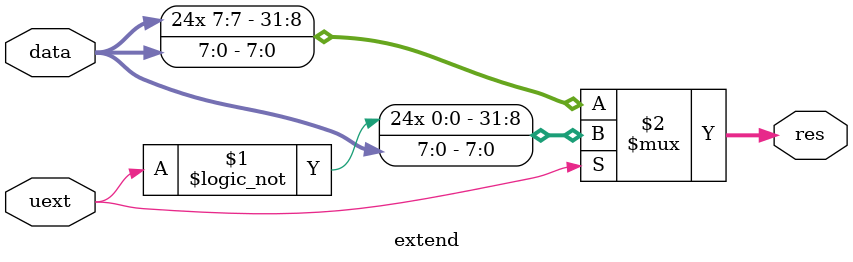
<source format=v>
module extend #(
    parameter DATA_LEN = 8, // width of data
    parameter RES_LEN = 32  // width of result (extended) data
) (
    input [DATA_LEN-1:0] data, // data to be extended
    input uext,                // whether to perform unsigned extension
    output [RES_LEN-1:0] res   // result (extended data)
);

    assign res = uext ? { {(RES_LEN - DATA_LEN){!uext}}, data } : { {(RES_LEN - DATA_LEN){data[DATA_LEN-1]}}, data };

endmodule
</source>
